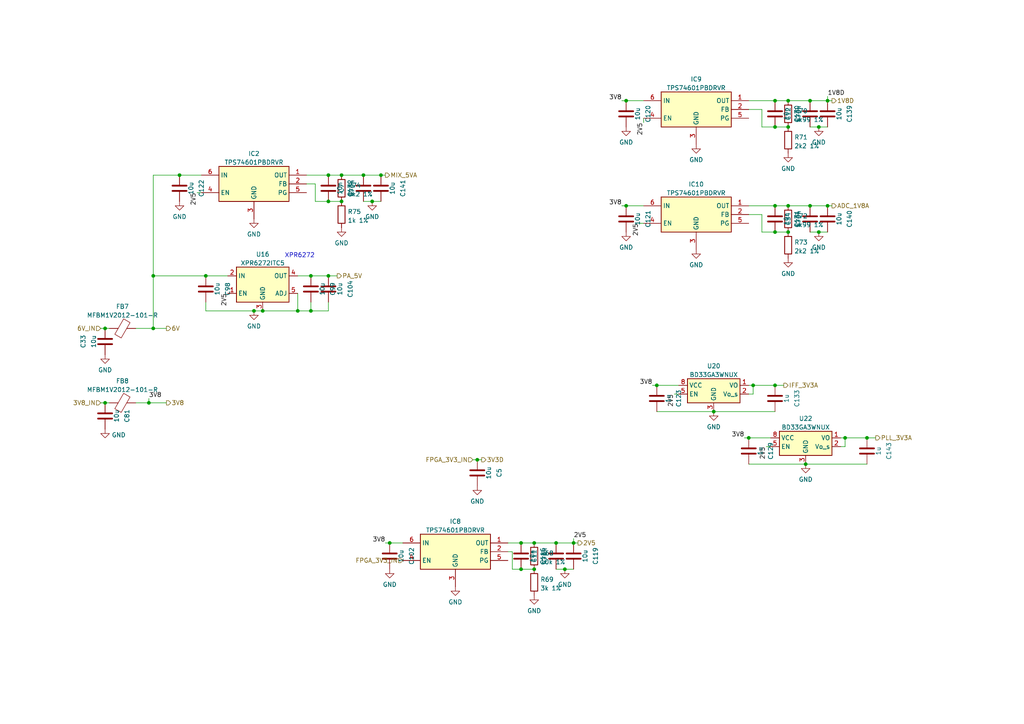
<source format=kicad_sch>
(kicad_sch (version 20230121) (generator eeschema)
  (paper "A4")
  (lib_symbols
    (symbol "Device:C" (pin_numbers hide) (pin_names (offset 0.254))
      (property "Reference" "C" (at 0.635 2.54 0))
      (property "Value" "C" (at 0.635 -2.54 0))
      (symbol "C_0_1"
        (polyline (pts (xy -2.032 -0.762) (xy 2.032 -0.762)) (stroke (width 0.508)))
        (polyline (pts (xy -2.032 0.762) (xy 2.032 0.762)) (stroke (width 0.508)))
      )
      (symbol "C_1_1"
        (pin passive line (at 0 3.81 270) (length 2.794) (name "~") (number "1"))
        (pin passive line (at 0 -3.81 90) (length 2.794) (name "~") (number "2"))
      )
    )
    (symbol "Device:FerriteBead" (pin_numbers hide) (pin_names (offset 0))
      (property "Reference" "FB" (at -3.81 0.635 90))
      (property "Value" "FerriteBead" (at 3.81 0 90))
      (symbol "FerriteBead_0_1"
        (polyline (pts (xy 0 -1.27) (xy 0 -1.2192)))
        (polyline (pts (xy 0 1.27) (xy 0 1.2954)))
        (polyline (pts (xy -2.7686 0.4064) (xy -1.7018 2.2606) (xy 2.7686 -0.3048) (xy 1.6764 -2.159) (xy -2.7686 0.4064)))
      )
      (symbol "FerriteBead_1_1"
        (pin passive line (at 0 3.81 270) (length 2.54) (name "~") (number "1"))
        (pin passive line (at 0 -3.81 90) (length 2.54) (name "~") (number "2"))
      )
    )
    (symbol "Device:R" (pin_numbers hide) (pin_names (offset 0))
      (property "Reference" "R" (at 2.032 0 90))
      (property "Value" "R" (at 0 0 90))
      (symbol "R_0_1"
        (rectangle (start -1.016 -2.54) (end 1.016 2.54) (stroke (width 0.254)))
      )
      (symbol "R_1_1"
        (pin passive line (at 0 3.81 270) (length 1.27) (name "~") (number "1"))
        (pin passive line (at 0 -3.81 90) (length 1.27) (name "~") (number "2"))
      )
    )
    (symbol "Regulator_Linear:BD33GA5WEFJ"
      (property "Reference" "U" (at 0 6.35 0))
      (property "Value" "BD33GA5WEFJ" (at 0 3.81 0))
      (symbol "BD33GA5WEFJ_1_1"
        (rectangle (start -7.62 -5.08) (end 7.62 1.905) (stroke (width 0.254)) (fill (type background)))
        (pin power_out line (at 10.16 0 180) (length 2.54) (name "VO") (number "1"))
        (pin input line (at 10.16 -2.54 180) (length 2.54) (name "Vo_s") (number "2"))
        (pin power_in line (at 0 -7.62 90) (length 2.54) (name "GND") (number "3"))
        (pin passive line (at 0 -7.62 90) (length 2.54) hide (name "GND") (number "4"))
        (pin input line (at -10.16 -2.54 0) (length 2.54) (name "EN") (number "5"))
        (pin passive line (at 0 -7.62 90) (length 2.54) hide (name "GND") (number "6"))
        (pin passive line (at 0 -7.62 90) (length 2.54) hide (name "GND") (number "7"))
        (pin power_in line (at -10.16 0 0) (length 2.54) (name "VCC") (number "8"))
        (pin passive line (at 0 -7.62 90) (length 2.54) hide (name "GND") (number "9"))
      )
    )
    (symbol "TPS74601PBDRVR:TPS74601PBDRVR"
      (property "Reference" "IC" (at 3.81 3.81 0))
      (property "Value" "TPS74601PBDRVR" (at 15.24 3.81 0))
      (symbol "TPS74601PBDRVR_1_1"
        (rectangle (start 5.08 2.54) (end 25.4 -7.62) (stroke (width 0.254)) (fill (type background)))
        (pin passive line (at 30.48 0 180) (length 5.08) (name "OUT") (number "1"))
        (pin passive line (at 30.48 -2.54 180) (length 5.08) (name "FB") (number "2"))
        (pin power_in line (at 15.24 -12.7 90) (length 5.08) (name "GND") (number "3"))
        (pin passive line (at 0 -5.08 0) (length 5.08) (name "EN") (number "4"))
        (pin passive line (at 30.48 -5.08 180) (length 5.08) (name "PG") (number "5"))
        (pin passive line (at 0 0 0) (length 5.08) (name "IN") (number "6"))
        (pin passive line (at 15.24 -12.7 90) (length 5.08) hide (name "GND") (number "7"))
      )
    )
    (symbol "XPR6272:XPR6272ITC5"
      (property "Reference" "U" (at 2.54 3.81 0))
      (property "Value" "XPR6272ITC5" (at 7.62 6.35 0))
      (symbol "XPR6272ITC5_1_1"
        (rectangle (start 2.54 2.54) (end 17.78 -7.62) (stroke (width 0.254)) (fill (type background)))
        (pin input line (at 0 -5.08 0) (length 2.54) (name "EN") (number "1"))
        (pin power_in line (at 0 0 0) (length 2.54) (name "IN") (number "2"))
        (pin power_in line (at 10.16 -10.16 90) (length 2.54) (name "GND") (number "3"))
        (pin power_out line (at 20.32 0 180) (length 2.54) (name "OUT") (number "4"))
        (pin passive line (at 20.32 -5.08 180) (length 2.54) (name "ADJ") (number "5"))
      )
    )
    (symbol "power:GND" (power) (pin_names (offset 0))
      (property "Value" "GND" (at 0 -3.81 0))
      (symbol "GND_0_1"
        (polyline (pts (xy 0 0) (xy 0 -1.27) (xy 1.27 -1.27) (xy 0 -2.54) (xy -1.27 -1.27) (xy 0 -1.27)))
      )
      (symbol "GND_1_1"
        (pin power_in line (at 0 0 270) (length 0) hide (name "GND") (number "1"))
      )
    )
  )
  (junction (at 228.6 59.69))
  (junction (at 59.69 80.01))
  (junction (at 234.95 29.21))
  (junction (at 217.17 127))
  (junction (at 224.79 67.31))
  (junction (at 107.95 58.42))
  (junction (at 30.48 116.84))
  (junction (at 52.07 50.8))
  (junction (at 163.83 165.1))
  (junction (at 44.45 80.01))
  (junction (at 43.18 116.84))
  (junction (at 207.01 119.38))
  (junction (at 218.44 111.76))
  (junction (at 90.17 80.01))
  (junction (at 95.25 50.8))
  (junction (at 234.95 59.69))
  (junction (at 90.17 90.17))
  (junction (at 224.79 36.83))
  (junction (at 44.45 95.25))
  (junction (at 251.46 127))
  (junction (at 99.06 50.8))
  (junction (at 161.29 157.48))
  (junction (at 110.49 50.8))
  (junction (at 73.66 90.17))
  (junction (at 154.94 165.1))
  (junction (at 95.25 58.42))
  (junction (at 237.49 36.83))
  (junction (at 154.94 157.48))
  (junction (at 181.61 29.21))
  (junction (at 138.43 133.35))
  (junction (at 99.06 58.42))
  (junction (at 30.48 95.25))
  (junction (at 86.36 90.17))
  (junction (at 228.6 36.83))
  (junction (at 113.03 157.48))
  (junction (at 224.79 59.69))
  (junction (at 95.25 80.01))
  (junction (at 224.79 29.21))
  (junction (at 245.11 127))
  (junction (at 151.13 165.1))
  (junction (at 105.41 50.8))
  (junction (at 224.79 111.76))
  (junction (at 190.5 111.76))
  (junction (at 237.49 67.31))
  (junction (at 166.37 157.48))
  (junction (at 228.6 29.21))
  (junction (at 181.61 59.69))
  (junction (at 233.68 134.62))
  (junction (at 151.13 157.48))
  (junction (at 240.03 29.21))
  (junction (at 240.03 59.69))
  (junction (at 76.2 90.17))
  (junction (at 228.6 67.31))
  (wire (pts (xy 233.68 134.62) (xy 251.46 134.62)))
  (wire (pts (xy 220.98 67.31) (xy 224.79 67.31)))
  (wire (pts (xy 29.21 95.25) (xy 30.48 95.25)))
  (wire (pts (xy 180.34 59.69) (xy 181.61 59.69)))
  (wire (pts (xy 91.44 53.34) (xy 91.44 58.42)))
  (wire (pts (xy 243.84 127) (xy 245.11 127)))
  (wire (pts (xy 105.41 58.42) (xy 107.95 58.42)))
  (wire (pts (xy 147.32 160.02) (xy 148.59 160.02)))
  (wire (pts (xy 95.25 80.01) (xy 97.79 80.01)))
  (wire (pts (xy 189.23 111.76) (xy 190.5 111.76)))
  (wire (pts (xy 224.79 29.21) (xy 228.6 29.21)))
  (wire (pts (xy 30.48 116.84) (xy 31.75 116.84)))
  (wire (pts (xy 217.17 134.62) (xy 233.68 134.62)))
  (wire (pts (xy 240.03 27.94) (xy 240.03 29.21)))
  (wire (pts (xy 217.17 59.69) (xy 224.79 59.69)))
  (wire (pts (xy 190.5 119.38) (xy 207.01 119.38)))
  (wire (pts (xy 59.69 90.17) (xy 59.69 87.63)))
  (wire (pts (xy 137.16 133.35) (xy 138.43 133.35)))
  (wire (pts (xy 234.95 67.31) (xy 237.49 67.31)))
  (wire (pts (xy 95.25 58.42) (xy 99.06 58.42)))
  (wire (pts (xy 218.44 111.76) (xy 218.44 114.3)))
  (wire (pts (xy 163.83 165.1) (xy 166.37 165.1)))
  (wire (pts (xy 111.76 157.48) (xy 113.03 157.48)))
  (wire (pts (xy 90.17 90.17) (xy 95.25 90.17)))
  (wire (pts (xy 86.36 85.09) (xy 86.36 90.17)))
  (wire (pts (xy 186.69 34.29) (xy 186.69 35.56)))
  (wire (pts (xy 107.95 58.42) (xy 110.49 58.42)))
  (wire (pts (xy 138.43 133.35) (xy 139.7 133.35)))
  (wire (pts (xy 52.07 50.8) (xy 58.42 50.8)))
  (wire (pts (xy 76.2 90.17) (xy 86.36 90.17)))
  (wire (pts (xy 29.21 116.84) (xy 30.48 116.84)))
  (wire (pts (xy 180.34 29.21) (xy 181.61 29.21)))
  (wire (pts (xy 218.44 111.76) (xy 224.79 111.76)))
  (wire (pts (xy 207.01 119.38) (xy 224.79 119.38)))
  (wire (pts (xy 43.18 116.84) (xy 48.26 116.84)))
  (wire (pts (xy 59.69 80.01) (xy 66.04 80.01)))
  (wire (pts (xy 181.61 59.69) (xy 186.69 59.69)))
  (wire (pts (xy 151.13 157.48) (xy 154.94 157.48)))
  (wire (pts (xy 154.94 157.48) (xy 161.29 157.48)))
  (wire (pts (xy 88.9 50.8) (xy 95.25 50.8)))
  (wire (pts (xy 90.17 90.17) (xy 90.17 87.63)))
  (wire (pts (xy 190.5 111.76) (xy 196.85 111.76)))
  (wire (pts (xy 217.17 127) (xy 223.52 127)))
  (wire (pts (xy 245.11 127) (xy 245.11 129.54)))
  (wire (pts (xy 224.79 36.83) (xy 228.6 36.83)))
  (wire (pts (xy 59.69 90.17) (xy 73.66 90.17)))
  (wire (pts (xy 245.11 127) (xy 251.46 127)))
  (wire (pts (xy 161.29 165.1) (xy 163.83 165.1)))
  (wire (pts (xy 217.17 31.75) (xy 220.98 31.75)))
  (wire (pts (xy 215.9 127) (xy 217.17 127)))
  (wire (pts (xy 234.95 29.21) (xy 240.03 29.21)))
  (wire (pts (xy 113.03 157.48) (xy 116.84 157.48)))
  (wire (pts (xy 224.79 111.76) (xy 227.33 111.76)))
  (wire (pts (xy 105.41 50.8) (xy 110.49 50.8)))
  (wire (pts (xy 30.48 95.25) (xy 31.75 95.25)))
  (wire (pts (xy 88.9 53.34) (xy 91.44 53.34)))
  (wire (pts (xy 223.52 129.54) (xy 222.25 129.54)))
  (wire (pts (xy 99.06 50.8) (xy 105.41 50.8)))
  (wire (pts (xy 224.79 59.69) (xy 228.6 59.69)))
  (wire (pts (xy 251.46 127) (xy 254 127)))
  (wire (pts (xy 43.18 115.57) (xy 43.18 116.84)))
  (wire (pts (xy 44.45 80.01) (xy 44.45 95.25)))
  (wire (pts (xy 44.45 80.01) (xy 59.69 80.01)))
  (wire (pts (xy 166.37 156.21) (xy 166.37 157.48)))
  (wire (pts (xy 237.49 36.83) (xy 240.03 36.83)))
  (wire (pts (xy 151.13 165.1) (xy 154.94 165.1)))
  (wire (pts (xy 217.17 114.3) (xy 218.44 114.3)))
  (wire (pts (xy 44.45 50.8) (xy 44.45 80.01)))
  (wire (pts (xy 110.49 50.8) (xy 111.76 50.8)))
  (wire (pts (xy 57.15 55.88) (xy 58.42 55.88)))
  (wire (pts (xy 240.03 59.69) (xy 241.3 59.69)))
  (wire (pts (xy 228.6 59.69) (xy 234.95 59.69)))
  (wire (pts (xy 95.25 50.8) (xy 99.06 50.8)))
  (wire (pts (xy 185.42 64.77) (xy 186.69 64.77)))
  (wire (pts (xy 224.79 67.31) (xy 228.6 67.31)))
  (wire (pts (xy 147.32 157.48) (xy 151.13 157.48)))
  (wire (pts (xy 90.17 80.01) (xy 95.25 80.01)))
  (wire (pts (xy 44.45 95.25) (xy 48.26 95.25)))
  (wire (pts (xy 148.59 160.02) (xy 148.59 165.1)))
  (wire (pts (xy 217.17 29.21) (xy 224.79 29.21)))
  (wire (pts (xy 86.36 80.01) (xy 90.17 80.01)))
  (wire (pts (xy 86.36 90.17) (xy 90.17 90.17)))
  (wire (pts (xy 91.44 58.42) (xy 95.25 58.42)))
  (wire (pts (xy 148.59 165.1) (xy 151.13 165.1)))
  (wire (pts (xy 95.25 90.17) (xy 95.25 87.63)))
  (wire (pts (xy 217.17 111.76) (xy 218.44 111.76)))
  (wire (pts (xy 240.03 29.21) (xy 241.3 29.21)))
  (wire (pts (xy 181.61 29.21) (xy 186.69 29.21)))
  (wire (pts (xy 237.49 67.31) (xy 240.03 67.31)))
  (wire (pts (xy 44.45 50.8) (xy 52.07 50.8)))
  (wire (pts (xy 228.6 29.21) (xy 234.95 29.21)))
  (wire (pts (xy 234.95 36.83) (xy 237.49 36.83)))
  (wire (pts (xy 234.95 59.69) (xy 240.03 59.69)))
  (wire (pts (xy 220.98 31.75) (xy 220.98 36.83)))
  (wire (pts (xy 243.84 129.54) (xy 245.11 129.54)))
  (wire (pts (xy 217.17 62.23) (xy 220.98 62.23)))
  (wire (pts (xy 73.66 90.17) (xy 76.2 90.17)))
  (wire (pts (xy 166.37 157.48) (xy 167.64 157.48)))
  (wire (pts (xy 161.29 157.48) (xy 166.37 157.48)))
  (wire (pts (xy 220.98 36.83) (xy 224.79 36.83)))
  (wire (pts (xy 39.37 95.25) (xy 44.45 95.25)))
  (wire (pts (xy 196.85 114.3) (xy 195.58 114.3)))
  (wire (pts (xy 220.98 62.23) (xy 220.98 67.31)))
  (wire (pts (xy 39.37 116.84) (xy 43.18 116.84)))
  (text "XPR6272\n" (at 82.55 74.93 0) (effects (font (size 1.27 1.27)) (justify left bottom)))
  (label "3V8" (at 43.18 115.57 0))
  (label "3V8" (at 215.9 127 180))
  (label "3V8" (at 111.76 157.48 180))
  (label "2V5" (at 222.25 129.54 270))
  (label "2V5" (at 186.69 35.56 270))
  (label "3V8" (at 180.34 29.21 180))
  (label "1V8D" (at 240.03 27.94 0))
  (label "2V5" (at 57.15 55.88 270))
  (label "2V5" (at 195.58 114.3 270))
  (label "2V5" (at 166.37 156.21 0))
  (label "2V5" (at 185.42 64.77 270))
  (label "3V8" (at 189.23 111.76 180))
  (label "3V8" (at 180.34 59.69 180))
  (label "2V5" (at 66.04 85.09 270))
  (hierarchical_label "ADC_1V8A" (shape output) (at 241.3 59.69 0))
  (hierarchical_label "FPGA_3V3_IN" (shape input) (at 116.84 162.56 180))
  (hierarchical_label "2V5" (shape output) (at 167.64 157.48 0))
  (hierarchical_label "PLL_3V3A" (shape output) (at 254 127 0))
  (hierarchical_label "1V8D" (shape output) (at 241.3 29.21 0))
  (hierarchical_label "PA_5V" (shape output) (at 97.79 80.01 0))
  (hierarchical_label "FPGA_3V3_IN" (shape input) (at 137.16 133.35 180))
  (hierarchical_label "6V_IN" (shape input) (at 29.21 95.25 180))
  (hierarchical_label "3V8" (shape output) (at 48.26 116.84 0))
  (hierarchical_label "MIX_5VA" (shape output) (at 111.76 50.8 0))
  (hierarchical_label "3V3D" (shape output) (at 139.7 133.35 0))
  (hierarchical_label "IFF_3V3A" (shape output) (at 227.33 111.76 0))
  (hierarchical_label "6V" (shape output) (at 48.26 95.25 0))
  (hierarchical_label "3V8_IN" (shape input) (at 29.21 116.84 180))
  (symbol (lib_id "power:GND") (at 113.03 165.1 0) (unit 1)
    (property "Reference" "#PWR0198" (effects hide))
    (property "Value" "GND" (at 113.03 169.5434 0))
  )
  (symbol (lib_id "TPS74601PBDRVR:TPS74601PBDRVR") (at 186.69 59.69 0) (unit 1)
    (property "Reference" "IC10" (at 201.93 53.4502 0))
    (property "Value" "TPS74601PBDRVR" (at 201.93 55.9871 0))
    (property "Footprint" "Package_SON:WSON-6-1EP_2x2mm_P0.65mm_EP1x1.6mm" (effects hide))
    (property "Datasheet" "http://www.ti.com/lit/gpn/TPS746" (effects hide))
    (property "Height" "0.8" (effects hide))
    (property "Mouser Part Number" "595-TPS74601PBDRVR" (effects hide))
    (property "Mouser Price/Stock" "https://www.mouser.co.uk/ProductDetail/Texas-Instruments/TPS74601PBDRVR?qs=PqoDHHvF64%252B93w4aKhWy6Q%3D%3D" (effects hide))
    (property "Manufacturer_Name" "Texas Instruments" (effects hide))
    (property "Manufacturer_Part_Number" "TPS74601PBDRVR" (effects hide))
  )
  (symbol (lib_id "Device:R") (at 228.6 71.12 180) (unit 1)
    (property "Reference" "R73" (at 230.378 70.2853 0) (effects (justify right)))
    (property "Value" "2k2 1%" (at 230.378 72.8222 0) (effects (justify right)))
    (property "Footprint" "Resistor_SMD:R_0402_1005Metric" (effects hide))
  )
  (symbol (lib_id "power:GND") (at 228.6 44.45 0) (unit 1)
    (property "Reference" "#PWR0171" (effects hide))
    (property "Value" "GND" (at 228.6 48.8934 0))
  )
  (symbol (lib_id "power:GND") (at 181.61 67.31 0) (unit 1)
    (property "Reference" "#PWR0169" (effects hide))
    (property "Value" "GND" (at 181.61 71.7534 0))
  )
  (symbol (lib_id "Device:FerriteBead") (at 35.56 116.84 90) (unit 1)
    (property "Reference" "FB8" (at 35.5092 110.4986 90))
    (property "Value" "MFBM1V2012-101-R" (at 35.5092 113.0355 90))
    (property "Footprint" "Inductor_SMD:L_0805_2012Metric" (effects hide))
  )
  (symbol (lib_id "Device:C") (at 234.95 63.5 180) (unit 1)
    (property "Reference" "C34" (at 228.6 63.5 90))
    (property "Value" "470n" (at 231.6281 63.5 90))
    (property "Footprint" "Capacitor_SMD:C_0402_1005Metric" (effects hide))
  )
  (symbol (lib_id "power:GND") (at 73.66 63.5 0) (unit 1)
    (property "Reference" "#PWR0158" (effects hide))
    (property "Value" "GND" (at 73.66 67.9434 0))
  )
  (symbol (lib_id "power:GND") (at 132.08 170.18 0) (unit 1)
    (property "Reference" "#PWR0120" (effects hide))
    (property "Value" "GND" (at 132.08 174.6234 0))
  )
  (symbol (lib_id "Device:C") (at 95.25 83.82 0) (unit 1)
    (property "Reference" "C104" (at 101.6 83.82 90))
    (property "Value" "10u" (at 98.5719 83.82 90))
    (property "Footprint" "Capacitor_SMD:C_0603_1608Metric" (effects hide))
  )
  (symbol (lib_id "TPS74601PBDRVR:TPS74601PBDRVR") (at 58.42 50.8 0) (unit 1)
    (property "Reference" "IC2" (at 73.66 44.5602 0))
    (property "Value" "TPS74601PBDRVR" (at 73.66 47.0971 0))
    (property "Footprint" "Package_SON:WSON-6-1EP_2x2mm_P0.65mm_EP1x1.6mm" (effects hide))
    (property "Datasheet" "http://www.ti.com/lit/gpn/TPS746" (effects hide))
    (property "Height" "0.8" (effects hide))
    (property "Mouser Part Number" "595-TPS74601PBDRVR" (effects hide))
    (property "Mouser Price/Stock" "https://www.mouser.co.uk/ProductDetail/Texas-Instruments/TPS74601PBDRVR?qs=PqoDHHvF64%252B93w4aKhWy6Q%3D%3D" (effects hide))
    (property "Manufacturer_Name" "Texas Instruments" (effects hide))
    (property "Manufacturer_Part_Number" "TPS74601PBDRVR" (effects hide))
  )
  (symbol (lib_id "Device:C") (at 95.25 54.61 0) (unit 1)
    (property "Reference" "C132" (at 101.6 54.61 90))
    (property "Value" "10n" (at 98.5719 54.61 90))
    (property "Footprint" "Capacitor_SMD:C_0402_1005Metric" (effects hide))
  )
  (symbol (lib_id "Device:C") (at 224.79 33.02 0) (unit 1)
    (property "Reference" "C130" (at 231.14 33.02 90))
    (property "Value" "10n" (at 228.1119 33.02 90))
    (property "Footprint" "Capacitor_SMD:C_0402_1005Metric" (effects hide))
  )
  (symbol (lib_id "Device:C") (at 251.46 130.81 0) (unit 1)
    (property "Reference" "C143" (at 257.81 130.81 90))
    (property "Value" "1u" (at 254.7819 130.81 90))
    (property "Footprint" "Capacitor_SMD:C_0402_1005Metric" (effects hide))
  )
  (symbol (lib_id "Device:R") (at 228.6 33.02 180) (unit 1)
    (property "Reference" "R70" (at 230.378 32.1853 0) (effects (justify right)))
    (property "Value" "4k99 1%" (at 230.378 34.7222 0) (effects (justify right)))
    (property "Footprint" "Resistor_SMD:R_0402_1005Metric" (effects hide))
  )
  (symbol (lib_id "Device:C") (at 181.61 63.5 0) (unit 1)
    (property "Reference" "C121" (at 187.96 63.5 90))
    (property "Value" "10u" (at 184.9319 63.5 90))
    (property "Footprint" "Capacitor_SMD:C_0603_1608Metric" (effects hide))
  )
  (symbol (lib_id "Device:C") (at 110.49 54.61 0) (unit 1)
    (property "Reference" "C141" (at 116.84 54.61 90))
    (property "Value" "10u" (at 113.8119 54.61 90))
    (property "Footprint" "Capacitor_SMD:C_0603_1608Metric" (effects hide))
  )
  (symbol (lib_id "Device:C") (at 240.03 63.5 0) (unit 1)
    (property "Reference" "C140" (at 246.38 63.5 90))
    (property "Value" "10u" (at 243.3519 63.5 90))
    (property "Footprint" "Capacitor_SMD:C_0603_1608Metric" (effects hide))
  )
  (symbol (lib_id "Device:C") (at 105.41 54.61 180) (unit 1)
    (property "Reference" "C7" (at 99.06 54.61 90))
    (property "Value" "470n" (at 102.0881 54.61 90))
    (property "Footprint" "Capacitor_SMD:C_0402_1005Metric" (effects hide))
  )
  (symbol (lib_id "power:GND") (at 30.48 102.87 0) (mirror y) (unit 1)
    (property "Reference" "#PWR0116" (effects hide))
    (property "Value" "GND" (at 30.48 107.3134 0))
  )
  (symbol (lib_id "Device:C") (at 166.37 161.29 0) (unit 1)
    (property "Reference" "C119" (at 172.72 161.29 90))
    (property "Value" "10u" (at 169.6919 161.29 90))
    (property "Footprint" "Capacitor_SMD:C_0603_1608Metric" (effects hide))
  )
  (symbol (lib_id "Device:C") (at 30.48 120.65 0) (unit 1)
    (property "Reference" "C81" (at 36.83 120.65 90))
    (property "Value" "10u" (at 33.8019 120.65 90))
    (property "Footprint" "Capacitor_SMD:C_0603_1608Metric" (effects hide))
  )
  (symbol (lib_id "Device:C") (at 52.07 54.61 0) (unit 1)
    (property "Reference" "C122" (at 58.42 54.61 90))
    (property "Value" "10u" (at 55.3919 54.61 90))
    (property "Footprint" "Capacitor_SMD:C_0603_1608Metric" (effects hide))
  )
  (symbol (lib_id "power:GND") (at 30.48 124.46 0) (mirror y) (unit 1)
    (property "Reference" "#PWR0163" (effects hide))
    (property "Value" "GND" (at 32.385 126.1638 0) (effects (justify right)))
  )
  (symbol (lib_id "Device:C") (at 138.43 137.16 0) (unit 1)
    (property "Reference" "C5" (at 144.78 137.16 90))
    (property "Value" "10u" (at 141.7519 137.16 90))
    (property "Footprint" "Capacitor_SMD:C_0603_1608Metric" (effects hide))
  )
  (symbol (lib_id "Regulator_Linear:BD33GA5WEFJ") (at 233.68 127 0) (unit 1)
    (property "Reference" "U22" (at 233.68 121.3952 0))
    (property "Value" "BD33GA3WNUX" (at 233.68 123.9321 0))
    (property "Footprint" "Package_SON:SON-8-1EP_3x2mm_P0.5mm_EP1.4x1.6mm" (effects hide))
    (property "Datasheet" "http://rohmfs.rohm.com/en/products/databook/datasheet/ic/power/linear_regulator/bdxxga5wefj-e.pdf" (effects hide))
  )
  (symbol (lib_id "Device:C") (at 224.79 115.57 0) (unit 1)
    (property "Reference" "C133" (at 231.14 115.57 90))
    (property "Value" "1u" (at 228.1119 115.57 90))
    (property "Footprint" "Capacitor_SMD:C_0402_1005Metric" (effects hide))
  )
  (symbol (lib_id "power:GND") (at 237.49 36.83 0) (unit 1)
    (property "Reference" "#PWR0172" (effects hide))
    (property "Value" "GND" (at 237.49 41.2734 0))
  )
  (symbol (lib_id "XPR6272:XPR6272ITC5") (at 66.04 80.01 0) (unit 1)
    (property "Reference" "U16" (at 76.2 73.7702 0))
    (property "Value" "XPR6272ITC5" (at 76.2 76.3071 0))
    (property "Footprint" "Package_TO_SOT_SMD:TO-252-5_TabPin3" (effects hide))
    (property "Datasheet" "https://www.mouser.com/datasheet/2/146/XRP6272-1889066.pdf" (effects hide))
  )
  (symbol (lib_id "power:GND") (at 99.06 66.04 0) (unit 1)
    (property "Reference" "#PWR0143" (effects hide))
    (property "Value" "GND" (at 99.06 70.4834 0))
  )
  (symbol (lib_id "Device:C") (at 30.48 99.06 0) (mirror y) (unit 1)
    (property "Reference" "C33" (at 24.13 99.06 90))
    (property "Value" "10u" (at 27.1581 99.06 90))
    (property "Footprint" "Capacitor_SMD:C_0603_1608Metric" (effects hide))
  )
  (symbol (lib_id "TPS74601PBDRVR:TPS74601PBDRVR") (at 116.84 157.48 0) (unit 1)
    (property "Reference" "IC8" (at 132.08 151.2402 0))
    (property "Value" "TPS74601PBDRVR" (at 132.08 153.7771 0))
    (property "Footprint" "Package_SON:WSON-6-1EP_2x2mm_P0.65mm_EP1x1.6mm" (effects hide))
    (property "Datasheet" "http://www.ti.com/lit/gpn/TPS746" (effects hide))
    (property "Height" "0.8" (effects hide))
    (property "Mouser Part Number" "595-TPS74601PBDRVR" (effects hide))
    (property "Mouser Price/Stock" "https://www.mouser.co.uk/ProductDetail/Texas-Instruments/TPS74601PBDRVR?qs=PqoDHHvF64%252B93w4aKhWy6Q%3D%3D" (effects hide))
    (property "Manufacturer_Name" "Texas Instruments" (effects hide))
    (property "Manufacturer_Part_Number" "TPS74601PBDRVR" (effects hide))
  )
  (symbol (lib_id "power:GND") (at 154.94 172.72 0) (unit 1)
    (property "Reference" "#PWR0125" (effects hide))
    (property "Value" "GND" (at 154.94 177.1634 0))
  )
  (symbol (lib_id "Device:R") (at 154.94 161.29 180) (unit 1)
    (property "Reference" "R68" (at 156.718 160.4553 0) (effects (justify right)))
    (property "Value" "10k 1%" (at 156.718 162.9922 0) (effects (justify right)))
    (property "Footprint" "Resistor_SMD:R_0402_1005Metric" (effects hide))
  )
  (symbol (lib_id "Device:C") (at 113.03 161.29 0) (unit 1)
    (property "Reference" "C102" (at 119.38 161.29 90))
    (property "Value" "10u" (at 116.3519 161.29 90))
    (property "Footprint" "Capacitor_SMD:C_0603_1608Metric" (effects hide))
  )
  (symbol (lib_id "power:GND") (at 52.07 58.42 0) (unit 1)
    (property "Reference" "#PWR0192" (effects hide))
    (property "Value" "GND" (at 52.07 62.8634 0))
  )
  (symbol (lib_id "TPS74601PBDRVR:TPS74601PBDRVR") (at 186.69 29.21 0) (unit 1)
    (property "Reference" "IC9" (at 201.93 22.9702 0))
    (property "Value" "TPS74601PBDRVR" (at 201.93 25.5071 0))
    (property "Footprint" "Package_SON:WSON-6-1EP_2x2mm_P0.65mm_EP1x1.6mm" (effects hide))
    (property "Datasheet" "http://www.ti.com/lit/gpn/TPS746" (effects hide))
    (property "Height" "0.8" (effects hide))
    (property "Mouser Part Number" "595-TPS74601PBDRVR" (effects hide))
    (property "Mouser Price/Stock" "https://www.mouser.co.uk/ProductDetail/Texas-Instruments/TPS74601PBDRVR?qs=PqoDHHvF64%252B93w4aKhWy6Q%3D%3D" (effects hide))
    (property "Manufacturer_Name" "Texas Instruments" (effects hide))
    (property "Manufacturer_Part_Number" "TPS74601PBDRVR" (effects hide))
  )
  (symbol (lib_id "power:GND") (at 107.95 58.42 0) (unit 1)
    (property "Reference" "#PWR0134" (effects hide))
    (property "Value" "GND" (at 107.95 62.8634 0))
  )
  (symbol (lib_id "power:GND") (at 201.93 41.91 0) (unit 1)
    (property "Reference" "#PWR0168" (effects hide))
    (property "Value" "GND" (at 201.93 46.3534 0))
  )
  (symbol (lib_id "Device:C") (at 161.29 161.29 180) (unit 1)
    (property "Reference" "C11" (at 154.94 161.29 90))
    (property "Value" "470n" (at 157.9681 161.29 90))
    (property "Footprint" "Capacitor_SMD:C_0402_1005Metric" (effects hide))
  )
  (symbol (lib_id "Device:C") (at 90.17 83.82 0) (unit 1)
    (property "Reference" "C99" (at 96.52 83.82 90))
    (property "Value" "10u" (at 93.4919 83.82 90))
    (property "Footprint" "Capacitor_SMD:C_0603_1608Metric" (effects hide))
  )
  (symbol (lib_id "Device:C") (at 224.79 63.5 0) (unit 1)
    (property "Reference" "C131" (at 231.14 63.5 90))
    (property "Value" "10n" (at 228.1119 63.5 90))
    (property "Footprint" "Capacitor_SMD:C_0402_1005Metric" (effects hide))
  )
  (symbol (lib_id "Device:C") (at 234.95 33.02 180) (unit 1)
    (property "Reference" "C12" (at 228.6 33.02 90))
    (property "Value" "470n" (at 231.6281 33.02 90))
    (property "Footprint" "Capacitor_SMD:C_0402_1005Metric" (effects hide))
  )
  (symbol (lib_id "power:GND") (at 233.68 134.62 0) (unit 1)
    (property "Reference" "#PWR0164" (effects hide))
    (property "Value" "GND" (at 233.68 139.0634 0))
  )
  (symbol (lib_id "power:GND") (at 138.43 140.97 0) (unit 1)
    (property "Reference" "#PWR0167" (effects hide))
    (property "Value" "GND" (at 138.43 145.4134 0))
  )
  (symbol (lib_id "Device:R") (at 228.6 40.64 180) (unit 1)
    (property "Reference" "R71" (at 230.378 39.8053 0) (effects (justify right)))
    (property "Value" "2k2 1%" (at 230.378 42.3422 0) (effects (justify right)))
    (property "Footprint" "Resistor_SMD:R_0402_1005Metric" (effects hide))
  )
  (symbol (lib_id "power:GND") (at 201.93 72.39 0) (unit 1)
    (property "Reference" "#PWR0150" (effects hide))
    (property "Value" "GND" (at 201.93 76.8334 0))
  )
  (symbol (lib_id "power:GND") (at 207.01 119.38 0) (unit 1)
    (property "Reference" "#PWR0152" (effects hide))
    (property "Value" "GND" (at 207.01 123.8234 0))
  )
  (symbol (lib_id "power:GND") (at 228.6 74.93 0) (unit 1)
    (property "Reference" "#PWR0138" (effects hide))
    (property "Value" "GND" (at 228.6 79.3734 0))
  )
  (symbol (lib_id "Device:C") (at 59.69 83.82 0) (unit 1)
    (property "Reference" "C98" (at 66.04 83.82 90))
    (property "Value" "10u" (at 63.0119 83.82 90))
    (property "Footprint" "Capacitor_SMD:C_0603_1608Metric" (effects hide))
  )
  (symbol (lib_id "power:GND") (at 181.61 36.83 0) (unit 1)
    (property "Reference" "#PWR0170" (effects hide))
    (property "Value" "GND" (at 181.61 41.2734 0))
  )
  (symbol (lib_id "Device:C") (at 190.5 115.57 0) (unit 1)
    (property "Reference" "C123" (at 196.85 115.57 90))
    (property "Value" "1u" (at 193.8219 115.57 90))
    (property "Footprint" "Capacitor_SMD:C_0402_1005Metric" (effects hide))
  )
  (symbol (lib_id "power:GND") (at 163.83 165.1 0) (unit 1)
    (property "Reference" "#PWR0108" (effects hide))
    (property "Value" "GND" (at 163.83 169.5434 0))
  )
  (symbol (lib_id "power:GND") (at 73.66 90.17 0) (unit 1)
    (property "Reference" "#PWR0181" (effects hide))
    (property "Value" "GND" (at 73.66 94.6134 0))
  )
  (symbol (lib_id "Device:R") (at 99.06 54.61 180) (unit 1)
    (property "Reference" "R74" (at 100.838 53.7753 0) (effects (justify right)))
    (property "Value" "8k2 1%" (at 100.838 56.3122 0) (effects (justify right)))
    (property "Footprint" "Resistor_SMD:R_0402_1005Metric" (effects hide))
  )
  (symbol (lib_id "Device:R") (at 228.6 63.5 180) (unit 1)
    (property "Reference" "R72" (at 230.378 62.6653 0) (effects (justify right)))
    (property "Value" "4k99 1%" (at 230.378 65.2022 0) (effects (justify right)))
    (property "Footprint" "Resistor_SMD:R_0402_1005Metric" (effects hide))
  )
  (symbol (lib_id "power:GND") (at 237.49 67.31 0) (unit 1)
    (property "Reference" "#PWR0139" (effects hide))
    (property "Value" "GND" (at 237.49 71.7534 0))
  )
  (symbol (lib_id "Device:R") (at 99.06 62.23 180) (unit 1)
    (property "Reference" "R75" (at 100.838 61.3953 0) (effects (justify right)))
    (property "Value" "1k 1%" (at 100.838 63.9322 0) (effects (justify right)))
    (property "Footprint" "Resistor_SMD:R_0402_1005Metric" (effects hide))
  )
  (symbol (lib_id "Device:C") (at 181.61 33.02 0) (unit 1)
    (property "Reference" "C120" (at 187.96 33.02 90))
    (property "Value" "10u" (at 184.9319 33.02 90))
    (property "Footprint" "Capacitor_SMD:C_0603_1608Metric" (effects hide))
  )
  (symbol (lib_id "Device:R") (at 154.94 168.91 180) (unit 1)
    (property "Reference" "R69" (at 156.718 168.0753 0) (effects (justify right)))
    (property "Value" "3k 1%" (at 156.718 170.6122 0) (effects (justify right)))
    (property "Footprint" "Resistor_SMD:R_0402_1005Metric" (effects hide))
  )
  (symbol (lib_id "Device:C") (at 217.17 130.81 0) (unit 1)
    (property "Reference" "C129" (at 223.52 130.81 90))
    (property "Value" "1u" (at 220.4919 130.81 90))
    (property "Footprint" "Capacitor_SMD:C_0402_1005Metric" (effects hide))
  )
  (symbol (lib_id "Regulator_Linear:BD33GA5WEFJ") (at 207.01 111.76 0) (unit 1)
    (property "Reference" "U20" (at 207.01 106.1552 0))
    (property "Value" "BD33GA3WNUX" (at 207.01 108.6921 0))
    (property "Footprint" "Package_SON:SON-8-1EP_3x2mm_P0.5mm_EP1.4x1.6mm" (effects hide))
    (property "Datasheet" "http://rohmfs.rohm.com/en/products/databook/datasheet/ic/power/linear_regulator/bdxxga5wefj-e.pdf" (effects hide))
  )
  (symbol (lib_id "Device:C") (at 240.03 33.02 0) (unit 1)
    (property "Reference" "C139" (at 246.38 33.02 90))
    (property "Value" "10u" (at 243.3519 33.02 90))
    (property "Footprint" "Capacitor_SMD:C_0603_1608Metric" (effects hide))
  )
  (symbol (lib_id "Device:C") (at 151.13 161.29 0) (unit 1)
    (property "Reference" "C116" (at 157.48 161.29 90))
    (property "Value" "10n" (at 154.4519 161.29 90))
    (property "Footprint" "Capacitor_SMD:C_0402_1005Metric" (effects hide))
  )
  (symbol (lib_id "Device:FerriteBead") (at 35.56 95.25 90) (unit 1)
    (property "Reference" "FB7" (at 35.5092 88.9086 90))
    (property "Value" "MFBM1V2012-101-R" (at 35.5092 91.4455 90))
    (property "Footprint" "Inductor_SMD:L_0805_2012Metric" (effects hide))
  )
)
</source>
